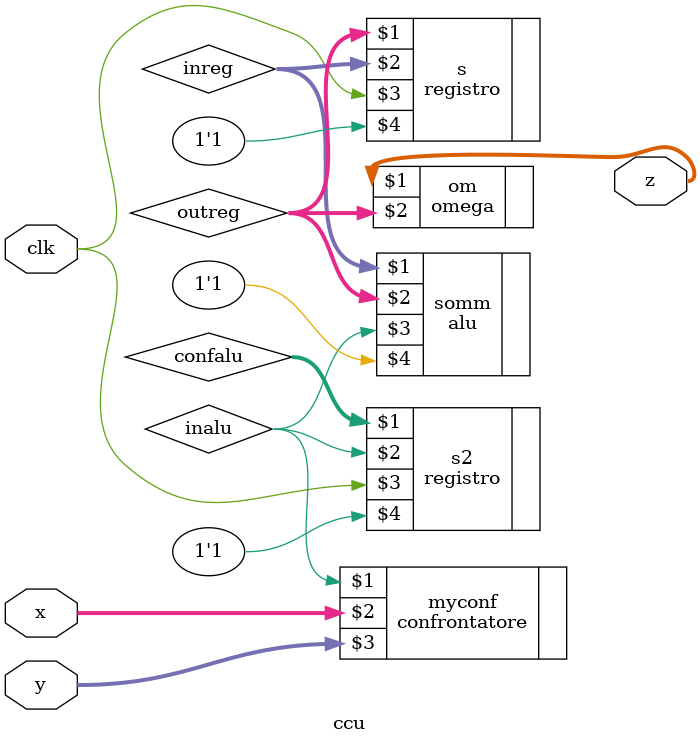
<source format=sv>
module ccu(output [7:0]z, input [2:0]x,input [2:0]y, input clk);


  wire [7:0] outreg;
  wire [7:0] inreg;
  wire inalu;
  wire [7:0] confalu;


  confrontatore myconf(inalu, x, y);
  registro #(0) s2 (confalu, inalu, clk, 1'b1);
  alu somm(inreg, outreg, inalu, 1'b1);
  registro #(7) s (outreg, inreg,clk,1'b1);
  omega om(z,outreg);


endmodule

</source>
